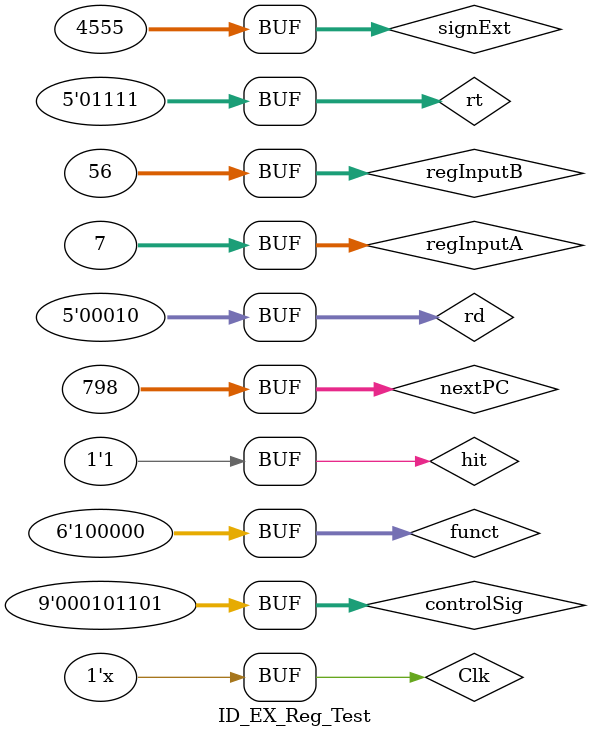
<source format=v>
`timescale 1ns / 1ps

module ID_EX_Reg_Test;

	// Inputs
	reg [31:0] regInputA;
	reg [31:0] regInputB;
	reg [31:0] signExt;
	reg [31:0] nextPC;
	reg [8:0] controlSig;
	reg Clk;
	reg hit;
	reg [4:0] rd;
	reg [4:0] rt;
	reg [5:0] funct;

	// Outputs
	wire [31:0] inputAOut;
	wire [31:0] inputBOut;
	wire [31:0] signExtOut;
	wire [31:0] nextPCOut;
	wire [8:0] controlSigOut;
	wire [4:0] rdOut;
	wire [4:0] rtOut;
	wire [5:0] functOut;

	// Instantiate the Unit Under Test (UUT)
	ID_EX_Register uut (
		.regInputA(regInputA), 
		.regInputB(regInputB), 
		.signExt(signExt), 
		.nextPC(nextPC), 
		.controlSig(controlSig), 
		.Clk(Clk), 
		.hit(hit), 
		.rd(rd), 
		.rt(rt), 
		.funct(funct), 
		.inputAOut(inputAOut), 
		.inputBOut(inputBOut), 
		.signExtOut(signExtOut), 
		.nextPCOut(nextPCOut), 
		.controlSigOut(controlSigOut), 
		.rdOut(rdOut), 
		.rtOut(rtOut), 
		.functOut(functOut)
	);

	initial begin
		// Initialize Inputs
		regInputA = 0;
		regInputB = 0;
		signExt = 0;
		nextPC = 0;
		controlSig = 0;
		Clk = 0;
		hit = 0;
		rd = 0;
		rt = 0;
		funct = 0;


		#100;
        
		regInputA = 7;
		regInputB = 56;
		signExt = 4555;
		nextPC = 798;
		controlSig = 45;
		Clk = 1;
		hit = 1;
		rd = 02;
		rt = 015;
		funct = 32;


	end
   
	always begin 
	#10
	Clk = ~Clk;
	end
endmodule


</source>
